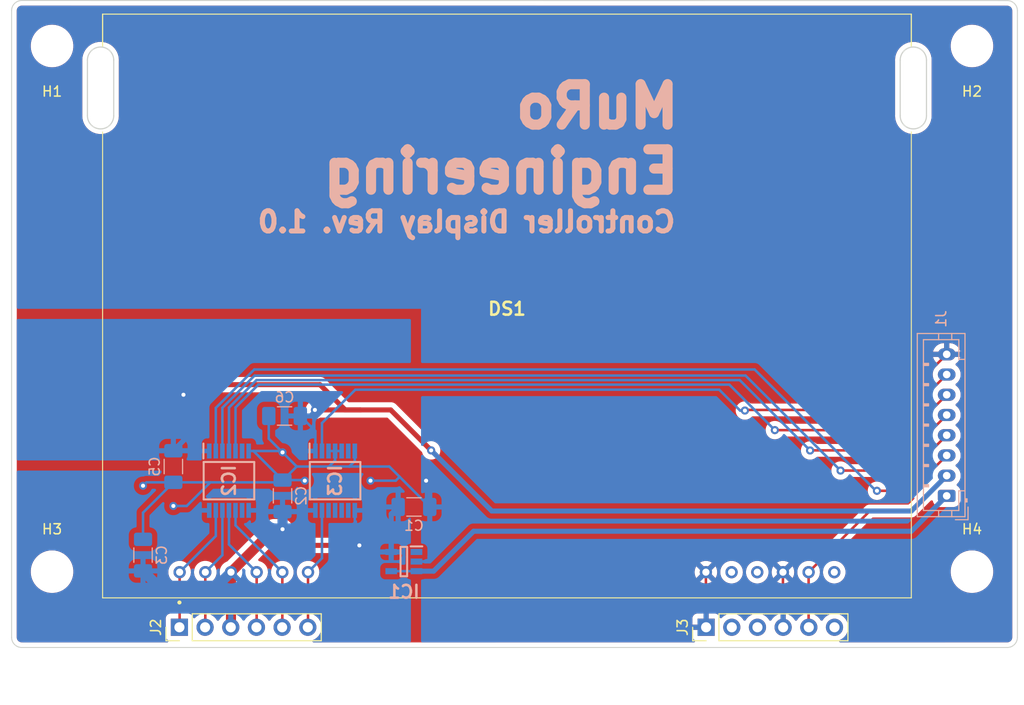
<source format=kicad_pcb>
(kicad_pcb (version 20211014) (generator pcbnew)
  (layers (0 "F.Cu" signal) (31 "B.Cu" signal) (34 "B.Paste" user) (35 "F.Paste" user) (36 "B.SilkS" user "B.Silkscreen") (37 "F.SilkS" user "F.Silkscreen") (38 "B.Mask" user) (39 "F.Mask" user) (44 "Edge.Cuts" user))
  (net 0 "")
  (net 1 "/VDD3V0")
  (net 2 "GND")
  (net 3 "/VDD3V3")
  (net 4 "Net-(DS1-Pad1)")
  (net 5 "Net-(DS1-Pad2)")
  (net 6 "Net-(DS1-Pad4)")
  (net 7 "Net-(DS1-Pad5)")
  (net 8 "Net-(DS1-Pad6)")
  (net 13 "/VDD9V0")
  (net 14 "/SCLK")
  (net 15 "/MOSI")
  (net 16 "/A0")
  (net 17 "/Reset")
  (net 20 "/CS")
  (footprint "SamacSys_Parts:NHDC12864A1ZFSBFBWHTT" (layer "F.Cu") (at 146 97.5)
    (fp_text reference "DS1" (at 0 0) (layer "F.SilkS") (effects (font (size 1.27 1.27) (thickness 0.254))))
    (fp_text value "NHD-C12864A1Z-FSB-FBW-HTT" hide)
    (fp_line (start 40 28.59) (end -40 28.59) (layer "F.SilkS") (width 0.1))
    (fp_line (start -32.5 29.05) (end -32.5 29.05) (layer "F.SilkS") (width 0.2))
    (fp_line (start 40 -17.5) (end 40 28.59) (layer "F.SilkS") (width 0.1))
    (fp_line (start 40 -29.15) (end 40 -26) (layer "F.SilkS") (width 0.12))
    (fp_line (start -40 -29.15) (end 40 -29.15) (layer "F.SilkS") (width 0.1))
    (fp_line (start -40 28.59) (end -40 -17.5) (layer "F.SilkS") (width 0.1))
    (fp_line (start -32.3 29.05) (end -32.3 29.05) (layer "F.SilkS") (width 0.2))
    (fp_line (start -40 -29.15) (end -40 -26) (layer "F.SilkS") (width 0.12))
    (fp_arc (start -32.3 29.05) (mid -32.4 29.15) (end -32.5 29.05) (layer "F.SilkS") (width 0.2))
    (fp_arc (start -32.5 29.05) (mid -32.4 28.95) (end -32.3 29.05) (layer "F.SilkS") (width 0.2))
    (fp_line (start 38.9 -24.6) (end 38.9 -19.1) (layer "Edge.Cuts") (width 0.12))
    (fp_line (start 41.5 -19.1) (end 41.5 -24.6) (layer "Edge.Cuts") (width 0.12))
    (fp_line (start -41.5 -24.6) (end -41.5 -19.1) (layer "Edge.Cuts") (width 0.12))
    (fp_line (start -38.9 -19.1) (end -38.9 -24.6) (layer "Edge.Cuts") (width 0.12))
    (fp_arc (start 41.5 -19.1) (mid 40.2 -17.8) (end 38.9 -19.1) (layer "Edge.Cuts") (width 0.12))
    (fp_arc (start 38.9 -24.6) (mid 40.2 -25.9) (end 41.5 -24.6) (layer "Edge.Cuts") (width 0.12))
    (fp_arc (start -41.5 -24.6) (mid -40.2 -25.9) (end -38.9 -24.6) (layer "Edge.Cuts") (width 0.12))
    (fp_arc (start -38.9 -19.1) (mid -40.2 -17.8) (end -41.5 -19.1) (layer "Edge.Cuts") (width 0.12))
    (pad "1" thru_hole circle (at -32.38 26.05) (size 1.217143 1.217143) (drill 0.71) (layers *.Cu *.Mask) (net 4 "Net-(DS1-Pad1)"))
    (pad "2" thru_hole circle (at -29.84 26.05) (size 1.217143 1.217143) (drill 0.71) (layers *.Cu *.Mask) (net 5 "Net-(DS1-Pad2)"))
    (pad "3" thru_hole circle (at -27.3 26.05) (size 1.217143 1.217143) (drill 0.71) (layers *.Cu *.Mask) (net 1 "/VDD3V0"))
    (pad "4" thru_hole circle (at -24.76 26.05) (size 1.217143 1.217143) (drill 0.71) (layers *.Cu *.Mask) (net 6 "Net-(DS1-Pad4)"))
    (pad "5" thru_hole circle (at -22.22 26.05) (size 1.217143 1.217143) (drill 0.71) (layers *.Cu *.Mask) (net 7 "Net-(DS1-Pad5)"))
    (pad "6" thru_hole circle (at -19.68 26.05) (size 1.217143 1.217143) (drill 0.71) (layers *.Cu *.Mask) (net 8 "Net-(DS1-Pad6)"))
    (pad "7" thru_hole circle (at 19.68 26.05) (size 1.217143 1.217143) (drill 0.71) (layers *.Cu *.Mask) (net 2 "GND"))
    (pad "8" thru_hole circle (at 22.22 26.05) (size 1.217143 1.217143) (drill 0.71) (layers *.Cu *.Mask))
    (pad "9" thru_hole circle (at 24.76 26.05) (size 1.217143 1.217143) (drill 0.71) (layers *.Cu *.Mask))
    (pad "10" thru_hole circle (at 27.3 26.05) (size 1.217143 1.217143) (drill 0.71) (layers *.Cu *.Mask) (net 2 "GND"))
    (pad "11" thru_hole circle (at 29.84 26.05) (size 1.217143 1.217143) (drill 0.71) (layers *.Cu *.Mask) (net 3 "/VDD3V3"))
    (pad "12" thru_hole circle (at 32.38 26.05) (size 1.217143 1.217143) (drill 0.71) (layers *.Cu *.Mask))
  )
  (footprint "MountingHole:MountingHole_3.2mm_M3" (layer "F.Cu") (at 192 71.5)
    (fp_text reference "H2" (at 0 4.5) (layer "F.SilkS"))
    (fp_text value "MountingHole")
    (pad "" np_thru_hole circle (at 0 0) (size 3.2 3.2) (drill 3.2) (layers *.Cu *.Mask))
  )
  (footprint "MountingHole:MountingHole_3.2mm_M3" (layer "F.Cu") (at 101 71.5)
    (fp_text reference "H1" (at 0 4.5) (layer "F.SilkS"))
    (fp_text value "MountingHole")
    (pad "" np_thru_hole circle (at 0 0) (size 3.2 3.2) (drill 3.2) (layers *.Cu *.Mask))
  )
  (footprint "Connector_PinHeader_2.54mm:PinHeader_1x06_P2.54mm_Vertical" (layer "F.Cu") (at 165.7 129 90)
    (fp_text reference "J3" (at 0 -2.33 90) (layer "F.SilkS"))
    (fp_text value "Conn_01x06_Female")
    (fp_line (start -1.33 1.27) (end 1.33 1.27) (layer "F.SilkS") (width 0.12))
    (fp_line (start -1.33 1.27) (end -1.33 14.03) (layer "F.SilkS") (width 0.12))
    (fp_line (start -1.33 -1.33) (end 0 -1.33) (layer "F.SilkS") (width 0.12))
    (fp_line (start -1.33 0) (end -1.33 -1.33) (layer "F.SilkS") (width 0.12))
    (fp_line (start 1.33 1.27) (end 1.33 14.03) (layer "F.SilkS") (width 0.12))
    (fp_line (start -1.33 14.03) (end 1.33 14.03) (layer "F.SilkS") (width 0.12))
    (pad "1" thru_hole rect (at 0 0 90) (size 1.7 1.7) (drill 1) (layers *.Cu *.Mask) (net 2 "GND"))
    (pad "2" thru_hole oval (at 0 2.54 90) (size 1.7 1.7) (drill 1) (layers *.Cu *.Mask))
    (pad "3" thru_hole oval (at 0 5.08 90) (size 1.7 1.7) (drill 1) (layers *.Cu *.Mask))
    (pad "4" thru_hole oval (at 0 7.62 90) (size 1.7 1.7) (drill 1) (layers *.Cu *.Mask) (net 2 "GND"))
    (pad "5" thru_hole oval (at 0 10.16 90) (size 1.7 1.7) (drill 1) (layers *.Cu *.Mask) (net 3 "/VDD3V3"))
    (pad "6" thru_hole oval (at 0 12.7 90) (size 1.7 1.7) (drill 1) (layers *.Cu *.Mask))
  )
  (footprint "MountingHole:MountingHole_3.2mm_M3" (layer "F.Cu") (at 101 123.5)
    (fp_text reference "H3" (at 0 -4.2) (layer "F.SilkS"))
    (fp_text value "MountingHole")
    (pad "" np_thru_hole circle (at 0 0) (size 3.2 3.2) (drill 3.2) (layers *.Cu *.Mask))
  )
  (footprint "MountingHole:MountingHole_3.2mm_M3" (layer "F.Cu") (at 192 123.5)
    (fp_text reference "H4" (at 0 -4.2) (layer "F.SilkS"))
    (fp_text value "MountingHole")
    (pad "" np_thru_hole circle (at 0 0) (size 3.2 3.2) (drill 3.2) (layers *.Cu *.Mask))
  )
  (footprint "Connector_PinHeader_2.54mm:PinHeader_1x06_P2.54mm_Vertical" (layer "F.Cu") (at 113.6 129 90)
    (fp_text reference "J2" (at 0 -2.33 90) (layer "F.SilkS"))
    (fp_text value "Conn_01x06_Female")
    (fp_line (start -1.33 1.27) (end -1.33 14.03) (layer "F.SilkS") (width 0.12))
    (fp_line (start -1.33 14.03) (end 1.33 14.03) (layer "F.SilkS") (width 0.12))
    (fp_line (start -1.33 0) (end -1.33 -1.33) (layer "F.SilkS") (width 0.12))
    (fp_line (start -1.33 1.27) (end 1.33 1.27) (layer "F.SilkS") (width 0.12))
    (fp_line (start 1.33 1.27) (end 1.33 14.03) (layer "F.SilkS") (width 0.12))
    (fp_line (start -1.33 -1.33) (end 0 -1.33) (layer "F.SilkS") (width 0.12))
    (pad "1" thru_hole rect (at 0 0 90) (size 1.7 1.7) (drill 1) (layers *.Cu *.Mask) (net 4 "Net-(DS1-Pad1)"))
    (pad "2" thru_hole oval (at 0 2.54 90) (size 1.7 1.7) (drill 1) (layers *.Cu *.Mask) (net 5 "Net-(DS1-Pad2)"))
    (pad "3" thru_hole oval (at 0 5.08 90) (size 1.7 1.7) (drill 1) (layers *.Cu *.Mask) (net 1 "/VDD3V0"))
    (pad "4" thru_hole oval (at 0 7.62 90) (size 1.7 1.7) (drill 1) (layers *.Cu *.Mask) (net 6 "Net-(DS1-Pad4)"))
    (pad "5" thru_hole oval (at 0 10.16 90) (size 1.7 1.7) (drill 1) (layers *.Cu *.Mask) (net 7 "Net-(DS1-Pad5)"))
    (pad "6" thru_hole oval (at 0 12.7 90) (size 1.7 1.7) (drill 1) (layers *.Cu *.Mask) (net 8 "Net-(DS1-Pad6)"))
  )
  (footprint "Capacitor_SMD:C_1206_3216Metric_Pad1.33x1.80mm_HandSolder" (layer "B.Cu") (at 136.8 117.1)
    (fp_text reference "C1" (at 0 1.85) (layer "B.SilkS") (effects (justify mirror)))
    (fp_text value "2.2u")
    (fp_line (start -0.711252 -0.91) (end 0.711252 -0.91) (layer "B.SilkS") (width 0.12))
    (fp_line (start -0.711252 0.91) (end 0.711252 0.91) (layer "B.SilkS") (width 0.12))
    (pad "1" smd roundrect (at -1.5625 0) (size 1.325 1.8) (layers "B.Cu" "B.Paste" "B.Mask") (roundrect_rratio 0.188679) (net 1 "/VDD3V0"))
    (pad "2" smd roundrect (at 1.5625 0) (size 1.325 1.8) (layers "B.Cu" "B.Paste" "B.Mask") (roundrect_rratio 0.188679) (net 2 "GND"))
  )
  (footprint "Connector_JST:JST_PH_B8B-PH-K_1x08_P2.00mm_Vertical" (layer "B.Cu") (at 189.5 116 90)
    (fp_text reference "J1" (at 17.5 -0.55 90) (layer "B.SilkS") (effects (justify mirror)))
    (fp_text value "Conn_01x08")
    (fp_line (start 4.9 -2.3) (end 4.9 -1.8) (layer "B.SilkS") (width 0.12))
    (fp_line (start -1.45 -2.3) (end 15.45 -2.3) (layer "B.SilkS") (width 0.12))
    (fp_line (start 5.1 -1.8) (end 5.1 -2.3) (layer "B.SilkS") (width 0.12))
    (fp_line (start 7.1 -1.8) (end 7.1 -2.3) (layer "B.SilkS") (width 0.12))
    (fp_line (start 13.1 -1.8) (end 13.1 -2.3) (layer "B.SilkS") (width 0.12))
    (fp_line (start -0.3 2.01) (end -0.6 2.01) (layer "B.SilkS") (width 0.12))
    (fp_line (start 9 -2.3) (end 9 -1.8) (layer "B.SilkS") (width 0.12))
    (fp_line (start 10.9 -2.3) (end 10.9 -1.8) (layer "B.SilkS") (width 0.12))
    (fp_line (start -1.45 1.2) (end -1.45 -2.3) (layer "B.SilkS") (width 0.12))
    (fp_line (start 2.9 -1.8) (end 3.1 -1.8) (layer "B.SilkS") (width 0.12))
    (fp_line (start -2.06 -0.8) (end -1.45 -0.8) (layer "B.SilkS") (width 0.12))
    (fp_line (start 10.9 -1.8) (end 11.1 -1.8) (layer "B.SilkS") (width 0.12))
    (fp_line (start 16.06 -0.8) (end 15.45 -0.8) (layer "B.SilkS") (width 0.12))
    (fp_line (start 15.45 1.2) (end 13.5 1.2) (layer "B.SilkS") (width 0.12))
    (fp_line (start 11 -2.3) (end 11 -1.8) (layer "B.SilkS") (width 0.12))
    (fp_line (start 6.9 -2.3) (end 6.9 -1.8) (layer "B.SilkS") (width 0.12))
    (fp_line (start 0.5 1.81) (end 0.5 1.2) (layer "B.SilkS") (width 0.12))
    (fp_line (start 16.06 0.5) (end 15.45 0.5) (layer "B.SilkS") (width 0.12))
    (fp_line (start 15.45 -2.3) (end 15.45 1.2) (layer "B.SilkS") (width 0.12))
    (fp_line (start 9.1 -1.8) (end 9.1 -2.3) (layer "B.SilkS") (width 0.12))
    (fp_line (start -2.06 -2.91) (end 16.06 -2.91) (layer "B.SilkS") (width 0.12))
    (fp_line (start 12.9 -1.8) (end 13.1 -1.8) (layer "B.SilkS") (width 0.12))
    (fp_line (start 3 -2.3) (end 3 -1.8) (layer "B.SilkS") (width 0.12))
    (fp_line (start 0.5 1.2) (end -1.45 1.2) (layer "B.SilkS") (width 0.12))
    (fp_line (start 0.9 -1.8) (end 1.1 -1.8) (layer "B.SilkS") (width 0.12))
    (fp_line (start -0.3 1.81) (end -0.3 2.01) (layer "B.SilkS") (width 0.12))
    (fp_line (start -2.06 0.5) (end -1.45 0.5) (layer "B.SilkS") (width 0.12))
    (fp_line (start 4.9 -1.8) (end 5.1 -1.8) (layer "B.SilkS") (width 0.12))
    (fp_line (start 8.9 -2.3) (end 8.9 -1.8) (layer "B.SilkS") (width 0.12))
    (fp_line (start 13 -2.3) (end 13 -1.8) (layer "B.SilkS") (width 0.12))
    (fp_line (start 16.06 1.81) (end -2.06 1.81) (layer "B.SilkS") (width 0.12))
    (fp_line (start 3.1 -1.8) (end 3.1 -2.3) (layer "B.SilkS") (width 0.12))
    (fp_line (start -0.3 1.91) (end -0.6 1.91) (layer "B.SilkS") (width 0.12))
    (fp_line (start 1.1 -1.8) (end 1.1 -2.3) (layer "B.SilkS") (width 0.12))
    (fp_line (start 2.9 -2.3) (end 2.9 -1.8) (layer "B.SilkS") (width 0.12))
    (fp_line (start 11.1 -1.8) (end 11.1 -2.3) (layer "B.SilkS") (width 0.12))
    (fp_line (start 0.9 -2.3) (end 0.9 -1.8) (layer "B.SilkS") (width 0.12))
    (fp_line (start 7 -2.3) (end 7 -1.8) (layer "B.SilkS") (width 0.12))
    (fp_line (start -0.6 2.01) (end -0.6 1.81) (layer "B.SilkS") (width 0.12))
    (fp_line (start -2.06 1.81) (end -2.06 -2.91) (layer "B.SilkS") (width 0.12))
    (fp_line (start 6.9 -1.8) (end 7.1 -1.8) (layer "B.SilkS") (width 0.12))
    (fp_line (start 16.06 -2.91) (end 16.06 1.81) (layer "B.SilkS") (width 0.12))
    (fp_line (start -2.36 2.11) (end -2.36 0.86) (layer "B.SilkS") (width 0.12))
    (fp_line (start 12.9 -2.3) (end 12.9 -1.8) (layer "B.SilkS") (width 0.12))
    (fp_line (start 13.5 1.2) (end 13.5 1.81) (layer "B.SilkS") (width 0.12))
    (fp_line (start 1 -2.3) (end 1 -1.8) (layer "B.SilkS") (width 0.12))
    (fp_line (start -1.11 2.11) (end -2.36 2.11) (layer "B.SilkS") (width 0.12))
    (fp_line (start 8.9 -1.8) (end 9.1 -1.8) (layer "B.SilkS") (width 0.12))
    (fp_line (start 5 -2.3) (end 5 -1.8) (layer "B.SilkS") (width 0.12))
    (pad "1" thru_hole roundrect (at 0 0 90) (size 1.2 1.75) (drill 0.75) (layers *.Cu *.Mask) (roundrect_rratio 0.208333) (net 13 "/VDD9V0"))
    (pad "2" thru_hole oval (at 2 0 90) (size 1.2 1.75) (drill 0.75) (layers *.Cu *.Mask) (net 3 "/VDD3V3"))
    (pad "3" thru_hole oval (at 4 0 90) (size 1.2 1.75) (drill 0.75) (layers *.Cu *.Mask) (net 14 "/SCLK"))
    (pad "4" thru_hole oval (at 6 0 90) (size 1.2 1.75) (drill 0.75) (layers *.Cu *.Mask) (net 15 "/MOSI"))
    (pad "5" thru_hole oval (at 8 0 90) (size 1.2 1.75) (drill 0.75) (layers *.Cu *.Mask) (net 16 "/A0"))
    (pad "6" thru_hole oval (at 10 0 90) (size 1.2 1.75) (drill 0.75) (layers *.Cu *.Mask) (net 17 "/Reset"))
    (pad "7" thru_hole oval (at 12 0 90) (size 1.2 1.75) (drill 0.75) (layers *.Cu *.Mask) (net 20 "/CS"))
    (pad "8" thru_hole oval (at 14 0 90) (size 1.2 1.75) (drill 0.75) (layers *.Cu *.Mask) (net 2 "GND"))
  )
  (footprint "SamacSys_Parts:SOP65P640X120-14N" (layer "B.Cu") (at 118.5 114.5 -90)
    (fp_text reference "IC2" (at 0 0 90) (layer "B.SilkS") (effects (font (size 1.27 1.27) (thickness 0.254)) (justify mirror)))
    (fp_text value "TXU0104PWR" hide)
    (fp_line (start 1.85 -2.5) (end -1.85 -2.5) (layer "B.SilkS") (width 0.2))
    (fp_line (start -3.675 2.525) (end -2.2 2.525) (layer "B.SilkS") (width 0.2))
    (fp_line (start -1.85 2.5) (end 1.85 2.5) (layer "B.SilkS") (width 0.2))
    (fp_line (start 1.85 2.5) (end 1.85 -2.5) (layer "B.SilkS") (width 0.2))
    (fp_line (start -1.85 -2.5) (end -1.85 2.5) (layer "B.SilkS") (width 0.2))
    (pad "1" smd rect locked (at -2.938 1.95 180) (size 0.45 1.475) (layers "B.Cu" "B.Paste" "B.Mask") (net 3 "/VDD3V3"))
    (pad "2" smd rect locked (at -2.938 1.3 180) (size 0.45 1.475) (layers "B.Cu" "B.Paste" "B.Mask") (net 14 "/SCLK"))
    (pad "3" smd rect locked (at -2.938 0.65 180) (size 0.45 1.475) (layers "B.Cu" "B.Paste" "B.Mask") (net 15 "/MOSI"))
    (pad "4" smd rect locked (at -2.938 0 180) (size 0.45 1.475) (layers "B.Cu" "B.Paste" "B.Mask") (net 16 "/A0"))
    (pad "5" smd rect locked (at -2.938 -0.65 180) (size 0.45 1.475) (layers "B.Cu" "B.Paste" "B.Mask") (net 17 "/Reset"))
    (pad "6" smd rect locked (at -2.938 -1.3 180) (size 0.45 1.475) (layers "B.Cu" "B.Paste" "B.Mask"))
    (pad "7" smd rect locked (at -2.938 -1.95 180) (size 0.45 1.475) (layers "B.Cu" "B.Paste" "B.Mask") (net 2 "GND"))
    (pad "8" smd rect locked (at 2.938 -1.95 180) (size 0.45 1.475) (layers "B.Cu" "B.Paste" "B.Mask") (net 1 "/VDD3V0"))
    (pad "9" smd rect locked (at 2.938 -1.3 180) (size 0.45 1.475) (layers "B.Cu" "B.Paste" "B.Mask"))
    (pad "10" smd rect locked (at 2.938 -0.65 180) (size 0.45 1.475) (layers "B.Cu" "B.Paste" "B.Mask") (net 7 "Net-(DS1-Pad5)"))
    (pad "11" smd rect locked (at 2.938 0 180) (size 0.45 1.475) (layers "B.Cu" "B.Paste" "B.Mask") (net 6 "Net-(DS1-Pad4)"))
    (pad "12" smd rect locked (at 2.938 0.65 180) (size 0.45 1.475) (layers "B.Cu" "B.Paste" "B.Mask") (net 5 "Net-(DS1-Pad2)"))
    (pad "13" smd rect locked (at 2.938 1.3 180) (size 0.45 1.475) (layers "B.Cu" "B.Paste" "B.Mask") (net 4 "Net-(DS1-Pad1)"))
    (pad "14" smd rect locked (at 2.938 1.95 180) (size 0.45 1.475) (layers "B.Cu" "B.Paste" "B.Mask") (net 1 "/VDD3V0"))
  )
  (footprint "Capacitor_SMD:C_1206_3216Metric_Pad1.33x1.80mm_HandSolder" (layer "B.Cu") (at 113 113.1 -90)
    (fp_text reference "C5" (at 0 1.85 90) (layer "B.SilkS") (effects (justify mirror)))
    (fp_text value "100n")
    (fp_line (start -0.711252 -0.91) (end 0.711252 -0.91) (layer "B.SilkS") (width 0.12))
    (fp_line (start -0.711252 0.91) (end 0.711252 0.91) (layer "B.SilkS") (width 0.12))
    (pad "1" smd roundrect (at -1.5625 0 270) (size 1.325 1.8) (layers "B.Cu" "B.Paste" "B.Mask") (roundrect_rratio 0.188679) (net 3 "/VDD3V3"))
    (pad "2" smd roundrect (at 1.5625 0 270) (size 1.325 1.8) (layers "B.Cu" "B.Paste" "B.Mask") (roundrect_rratio 0.188679) (net 2 "GND"))
  )
  (footprint "Capacitor_SMD:C_1206_3216Metric_Pad1.33x1.80mm_HandSolder" (layer "B.Cu") (at 123.8 116 90)
    (fp_text reference "C2" (at 0 1.85 90) (layer "B.SilkS") (effects (justify mirror)))
    (fp_text value "100n")
    (fp_line (start -0.711252 -0.91) (end 0.711252 -0.91) (layer "B.SilkS") (width 0.12))
    (fp_line (start -0.711252 0.91) (end 0.711252 0.91) (layer "B.SilkS") (width 0.12))
    (pad "1" smd roundrect (at -1.5625 0 90) (size 1.325 1.8) (layers "B.Cu" "B.Paste" "B.Mask") (roundrect_rratio 0.188679) (net 1 "/VDD3V0"))
    (pad "2" smd roundrect (at 1.5625 0 90) (size 1.325 1.8) (layers "B.Cu" "B.Paste" "B.Mask") (roundrect_rratio 0.188679) (net 2 "GND"))
  )
  (footprint "Capacitor_SMD:C_1206_3216Metric_Pad1.33x1.80mm_HandSolder" (layer "B.Cu") (at 110 121.8625 90)
    (fp_text reference "C3" (at 0 1.85 90) (layer "B.SilkS") (effects (justify mirror)))
    (fp_text value "100n")
    (fp_line (start -0.711252 -0.91) (end 0.711252 -0.91) (layer "B.SilkS") (width 0.12))
    (fp_line (start -0.711252 0.91) (end 0.711252 0.91) (layer "B.SilkS") (width 0.12))
    (pad "1" smd roundrect (at -1.5625 0 90) (size 1.325 1.8) (layers "B.Cu" "B.Paste" "B.Mask") (roundrect_rratio 0.188679) (net 1 "/VDD3V0"))
    (pad "2" smd roundrect (at 1.5625 0 90) (size 1.325 1.8) (layers "B.Cu" "B.Paste" "B.Mask") (roundrect_rratio 0.188679) (net 2 "GND"))
  )
  (footprint "SamacSys_Parts:SOP65P640X120-14N" (layer "B.Cu") (at 129 114.5 -90)
    (fp_text reference "IC3" (at 0 0 90) (layer "B.SilkS") (effects (font (size 1.27 1.27) (thickness 0.254)) (justify mirror)))
    (fp_text value "TXU0104PWR" hide)
    (fp_line (start -1.85 2.5) (end 1.85 2.5) (layer "B.SilkS") (width 0.2))
    (fp_line (start -3.675 2.525) (end -2.2 2.525) (layer "B.SilkS") (width 0.2))
    (fp_line (start 1.85 -2.5) (end -1.85 -2.5) (layer "B.SilkS") (width 0.2))
    (fp_line (start 1.85 2.5) (end 1.85 -2.5) (layer "B.SilkS") (width 0.2))
    (fp_line (start -1.85 -2.5) (end -1.85 2.5) (layer "B.SilkS") (width 0.2))
    (pad "1" smd rect locked (at -2.938 1.95 180) (size 0.45 1.475) (layers "B.Cu" "B.Paste" "B.Mask") (net 3 "/VDD3V3"))
    (pad "2" smd rect locked (at -2.938 1.3 180) (size 0.45 1.475) (layers "B.Cu" "B.Paste" "B.Mask") (net 20 "/CS"))
    (pad "3" smd rect locked (at -2.938 0.65 180) (size 0.45 1.475) (layers "B.Cu" "B.Paste" "B.Mask") (net 2 "GND"))
    (pad "4" smd rect locked (at -2.938 0 180) (size 0.45 1.475) (layers "B.Cu" "B.Paste" "B.Mask") (net 2 "GND"))
    (pad "5" smd rect locked (at -2.938 -0.65 180) (size 0.45 1.475) (layers "B.Cu" "B.Paste" "B.Mask") (net 2 "GND"))
    (pad "6" smd rect locked (at -2.938 -1.3 180) (size 0.45 1.475) (layers "B.Cu" "B.Paste" "B.Mask"))
    (pad "7" smd rect locked (at -2.938 -1.95 180) (size 0.45 1.475) (layers "B.Cu" "B.Paste" "B.Mask") (net 2 "GND"))
    (pad "8" smd rect locked (at 2.938 -1.95 180) (size 0.45 1.475) (layers "B.Cu" "B.Paste" "B.Mask") (net 1 "/VDD3V0"))
    (pad "9" smd rect locked (at 2.938 -1.3 180) (size 0.45 1.475) (layers "B.Cu" "B.Paste" "B.Mask"))
    (pad "10" smd rect locked (at 2.938 -0.65 180) (size 0.45 1.475) (layers "B.Cu" "B.Paste" "B.Mask"))
    (pad "11" smd rect locked (at 2.938 0 180) (size 0.45 1.475) (layers "B.Cu" "B.Paste" "B.Mask"))
    (pad "12" smd rect locked (at 2.938 0.65 180) (size 0.45 1.475) (layers "B.Cu" "B.Paste" "B.Mask"))
    (pad "13" smd rect locked (at 2.938 1.3 180) (size 0.45 1.475) (layers "B.Cu" "B.Paste" "B.Mask") (net 8 "Net-(DS1-Pad6)"))
    (pad "14" smd rect locked (at 2.938 1.95 180) (size 0.45 1.475) (layers "B.Cu" "B.Paste" "B.Mask") (net 1 "/VDD3V0"))
  )
  (footprint "SamacSys_Parts:SOT95P280X145-5N" (layer "B.Cu") (at 135.8 122.5 180)
    (fp_text reference "IC1" (at 0 -3) (layer "B.SilkS") (effects (font (size 1.27 1.27) (thickness 0.254)) (justify mirror)))
    (fp_text value "MIC3490-3.0YM5-TR" hide)
    (fp_line (start -0.325 -1.45) (end -0.325 1.45) (layer "B.SilkS") (width 0.2))
    (fp_line (start -1.825 1.5) (end -0.675 1.5) (layer "B.SilkS") (width 0.2))
    (fp_line (start 0.325 -1.45) (end -0.325 -1.45) (layer "B.SilkS") (width 0.2))
    (fp_line (start 0.325 1.45) (end 0.325 -1.45) (layer "B.SilkS") (width 0.2))
    (fp_line (start -0.325 1.45) (end 0.325 1.45) (layer "B.SilkS") (width 0.2))
    (pad "1" smd rect locked (at -1.25 0.95 90) (size 0.6 1.15) (layers "B.Cu" "B.Paste" "B.Mask"))
    (pad "2" smd rect locked (at -1.25 0 90) (size 0.6 1.15) (layers "B.Cu" "B.Paste" "B.Mask") (net 2 "GND"))
    (pad "3" smd rect locked (at -1.25 -0.95 90) (size 0.6 1.15) (layers "B.Cu" "B.Paste" "B.Mask") (net 13 "/VDD9V0"))
    (pad "4" smd rect locked (at 1.25 -0.95 90) (size 0.6 1.15) (layers "B.Cu" "B.Paste" "B.Mask") (net 13 "/VDD9V0"))
    (pad "5" smd rect locked (at 1.25 0.95 90) (size 0.6 1.15) (layers "B.Cu" "B.Paste" "B.Mask") (net 1 "/VDD3V0"))
  )
  (footprint "Capacitor_SMD:C_1206_3216Metric_Pad1.33x1.80mm_HandSolder" (layer "B.Cu") (at 124 108.1 180)
    (fp_text reference "C6" (at 0 1.85) (layer "B.SilkS") (effects (justify mirror)))
    (fp_text value "100n")
    (fp_line (start -0.711252 0.91) (end 0.711252 0.91) (layer "B.SilkS") (width 0.12))
    (fp_line (start -0.711252 -0.91) (end 0.711252 -0.91) (layer "B.SilkS") (width 0.12))
    (pad "1" smd roundrect (at -1.5625 0 180) (size 1.325 1.8) (layers "B.Cu" "B.Paste" "B.Mask") (roundrect_rratio 0.188679) (net 3 "/VDD3V3"))
    (pad "2" smd roundrect (at 1.5625 0 180) (size 1.325 1.8) (layers "B.Cu" "B.Paste" "B.Mask") (roundrect_rratio 0.188679) (net 2 "GND"))
  )
  (gr_line (start 98 67) (end 195.492893 67.007107) (layer "Edge.Cuts") (width 0.1))
  (gr_arc (start 97 68) (mid 97.292893 67.292893) (end 98 67) (layer "Edge.Cuts") (width 0.1))
  (gr_line (start 195.492893 130.999993) (end 98 131) (layer "Edge.Cuts") (width 0.1))
  (gr_line (start 196.492893 68.007107) (end 196.492893 129.999993) (layer "Edge.Cuts") (width 0.1))
  (gr_arc (start 195.492893 67.007107) (mid 196.2 67.3) (end 196.492893 68.007107) (layer "Edge.Cuts") (width 0.1))
  (gr_arc (start 98 131) (mid 97.292893 130.707107) (end 97 130) (layer "Edge.Cuts") (width 0.1))
  (gr_arc (start 196.492893 129.999993) (mid 196.200002 130.707102) (end 195.492893 130.999993) (layer "Edge.Cuts") (width 0.1))
  (gr_line (start 97 130) (end 97 68) (layer "Edge.Cuts") (width 0.1))
  (gr_text "Controller Display Rev. 1.0" (at 162.9 88.9) (layer "B.SilkS") (effects (font (size 2 2) (thickness 0.5)) (justify left mirror)))
  (gr_text "MuRo\nEngineering" (at 163.5 80.7) (layer "B.SilkS") (effects (font (size 4 4) (thickness 1)) (justify left mirror)))
  (segment (start 122.95 119.3) (end 118.7 123.55) (width 1) (layer "F.Cu") (net 1))
  (segment (start 123.8 119.3) (end 122.95 119.3) (width 1) (layer "F.Cu") (net 1))
  (segment (start 118.7 128.98) (end 118.68 129) (width 1) (layer "F.Cu") (net 1))
  (segment (start 118.7 123.55) (end 118.7 128.98) (width 1) (layer "F.Cu") (net 1))
  (segment (start 125.4 120.9) (end 123.8 119.3) (width 0.5) (layer "F.Cu") (net 1))
  (segment (start 131.4 120.9) (end 125.4 120.9) (width 0.5) (layer "F.Cu") (net 1))
  (via (at 131.4 120.9) (size 0.8) (drill 0.4) (layers "F.Cu" "B.Cu") (net 1))
  (via (at 123.8 119.3) (size 0.8) (drill 0.4) (layers "F.Cu" "B.Cu") (net 1))
  (segment (start 134.55 121.55) (end 134.55 117.7875) (width 0.5) (layer "B.Cu") (net 1))
  (segment (start 117.35 124.9) (end 111.475 124.9) (width 1) (layer "B.Cu") (net 1))
  (segment (start 118.7 123.55) (end 117.35 124.9) (width 1) (layer "B.Cu") (net 1))
  (segment (start 134.55 117.7875) (end 135.2375 117.1) (width 0.5) (layer "B.Cu") (net 1))
  (segment (start 123.6755 117.438) (end 120.45 117.438) (width 0.25) (layer "B.Cu") (net 1))
  (segment (start 123.9245 117.438) (end 127.05 117.438) (width 0.25) (layer "B.Cu") (net 1))
  (segment (start 130.95 117.438) (end 130.95 120.45) (width 0.25) (layer "B.Cu") (net 1))
  (segment (start 130.95 120.45) (end 131.4 120.9) (width 0.25) (layer "B.Cu") (net 1))
  (segment (start 134.55 121.55) (end 132.85 121.55) (width 0.5) (layer "B.Cu") (net 1))
  (segment (start 123.8 117.5625) (end 123.8 119.3) (width 1) (layer "B.Cu") (net 1))
  (segment (start 132.2 120.9) (end 131.4 120.9) (width 0.5) (layer "B.Cu") (net 1))
  (segment (start 111.475 124.9) (end 110 123.425) (width 1) (layer "B.Cu") (net 1))
  (segment (start 132.85 121.55) (end 132.2 120.9) (width 0.5) (layer "B.Cu") (net 1))
  (segment (start 186 105.5) (end 189.5 102) (width 0.25) (layer "F.Cu") (net 2))
  (segment (start 173.3 123.55) (end 173.3 128.98) (width 0.25) (layer "F.Cu") (net 2))
  (segment (start 112 117) (end 113 117) (width 0.25) (layer "F.Cu") (net 2))
  (segment (start 147 105.5) (end 186 105.5) (width 0.25) (layer "F.Cu") (net 2))
  (segment (start 110 115) (end 112 117) (width 0.25) (layer "F.Cu") (net 2))
  (segment (start 165.68 128.98) (end 165.7 129) (width 0.25) (layer "F.Cu") (net 2))
  (segment (start 173.3 128.98) (end 173.32 129) (width 0.25) (layer "F.Cu") (net 2))
  (segment (start 165.68 123.55) (end 165.68 128.98) (width 0.25) (layer "F.Cu") (net 2))
  (segment (start 126 114.5) (end 132.5 114.5) (width 0.25) (layer "F.Cu") (net 2))
  (segment (start 138 114.5) (end 147 105.5) (width 0.25) (layer "F.Cu") (net 2))
  (via (at 126 114.5) (size 0.8) (drill 0.4) (layers "F.Cu" "B.Cu") (net 2))
  (via (at 132.5 114.5) (size 0.8) (drill 0.4) (layers "F.Cu" "B.Cu") (net 2))
  (via (at 123.8 111.7) (size 0.8) (drill 0.4) (layers "F.Cu" "B.Cu") (net 2))
  (via (at 110 115) (size 0.8) (drill 0.4) (layers "F.Cu" "B.Cu") (net 2))
  (via (at 113 117) (size 0.8) (drill 0.4) (layers "F.Cu" "B.Cu") (net 2))
  (via (at 138 114.5) (size 0.8) (drill 0.4) (layers "F.Cu" "B.Cu") (net 2))
  (segment (start 129 111.562) (end 129.65 111.562) (width 0.25) (layer "B.Cu") (net 2))
  (segment (start 132.5 114.5) (end 135 114.5) (width 0.25) (layer "B.Cu") (net 2))
  (segment (start 120.9245 111.562) (end 123.8 114.4375) (width 0.25) (layer "B.Cu") (net 2))
  (segment (start 113 114.6625) (end 116.6625 114.6625) (width 0.25) (layer "B.Cu") (net 2))
  (segment (start 110 120.3) (end 110 117.6625) (width 0.25) (layer "B.Cu") (net 2))
  (segment (start 113 117) (end 114.325 117) (width 0.25) (layer "B.Cu") (net 2))
  (segment (start 110 117.6625) (end 113 114.6625) (width 0.25) (layer "B.Cu") (net 2))
  (segment (start 123.8 111.7) (end 125.2 113.1) (width 0.25) (layer "B.Cu") (net 2))
  (segment (start 130.4 113.1) (end 130.95 112.55) (width 0.25) (layer "B.Cu") (net 2))
  (segment (start 125.2 113.1) (end 128.38725 113.1) (width 0.25) (layer "B.Cu") (net 2))
  (segment (start 120.45 111.562) (end 120.9245 111.562) (width 0.25) (layer "B.Cu") (net 2))
  (segment (start 123.662 111.562) (end 123.8 111.7) (width 0.25) (layer "B.Cu") (net 2))
  (segment (start 138.3625 122.1375) (end 138.3625 117.1) (width 0.25) (layer "B.Cu") (net 2))
  (segment (start 135.38125 114.11875) (end 138.3625 117.1) (width 0.25) (layer "B.Cu") (net 2))
  (segment (start 123.8625 114.4375) (end 125.2 113.1) (width 0.25) (layer "B.Cu") (net 2))
  (segment (start 130.4 113.1) (end 134.3625 113.1) (width 0.25) (layer "B.Cu") (net 2))
  (segment (start 125.9375 114.4375) (end 126 114.5) (width 0.25) (layer "B.Cu") (net 2))
  (segment (start 120.9245 111.562) (end 123.662 111.562) (width 0.25) (layer "B.Cu") (net 2))
  (segment (start 116.6625 114.6625) (end 123.575 114.6625) (width 0.25) (layer "B.Cu") (net 2))
  (segment (start 123.8 111.7) (end 122.4375 110.3375) (width 0.25) (layer "B.Cu") (net 2))
  (segment (start 129 112.48725) (end 129 111.562) (width 0.25) (layer "B.Cu") (net 2))
  (segment (start 134.3625 113.1) (end 135.38125 114.11875) (width 0.25) (layer "B.Cu") (net 2))
  (segment (start 110.3375 114.6625) (end 110 115) (width 0.25) (layer "B.Cu") (net 2))
  (segment (start 114.325 117) (end 116.6625 114.6625) (width 0.25) (layer "B.Cu") (net 2))
  (segment (start 128.38725 113.1) (end 130.4 113.1) (width 0.25) (layer "B.Cu") (net 2))
  (segment (start 130.95 112.55) (end 130.95 111.562) (width 0.25) (layer "B.Cu") (net 2))
  (segment (start 129 111.562) (end 128.35 111.562) (width 0.25) (layer "B.Cu") (net 2))
  (segment (start 113 114.6625) (end 110.3375 114.6625) (width 0.25) (layer "B.Cu") (net 2))
  (segment (start 128.38725 113.1) (end 129 112.48725) (width 0.25) (layer "B.Cu") (net 2))
  (segment (start 122.4375 110.3375) (end 122.4375 108.1) (width 0.25) (layer "B.Cu") (net 2))
  (segment (start 138 122.5) (end 138.3625 122.1375) (width 0.25) (layer "B.Cu") (net 2))
  (segment (start 137.05 122.5) (end 138 122.5) (width 0.25) (layer "B.Cu") (net 2))
  (segment (start 138 116.7375) (end 138 114.5) (width 0.25) (layer "B.Cu") (net 2))
  (segment (start 135 114.5) (end 135.38125 114.11875) (width 0.25) (layer "B.Cu") (net 2))
  (segment (start 123.8 114.4375) (end 125.9375 114.4375) (width 0.25) (layer "B.Cu") (net 2))
  (segment (start 175.84 123.55) (end 181.89 117.5) (width 0.25) (layer "F.Cu") (net 3))
  (segment (start 127.5 105) (end 115 105) (width 0.5) (layer "F.Cu") (net 3))
  (segment (start 175.84 123.55) (end 175.84 128.98) (width 0.25) (layer "F.Cu") (net 3))
  (segment (start 115 105) (end 114 106) (width 0.5) (layer "F.Cu") (net 3))
  (segment (start 138.5 111.5) (end 134.5 107.5) (width 0.5) (layer "F.Cu") (net 3))
  (segment (start 186 117.5) (end 189.5 114) (width 0.25) (layer "F.Cu") (net 3))
  (segment (start 134.5 107.5) (end 131.5 107.5) (width 0.5) (layer "F.Cu") (net 3))
  (segment (start 131.5 107.5) (end 127 107.5) (width 0.5) (layer "F.Cu") (net 3))
  (segment (start 175.84 128.98) (end 175.86 129) (width 0.25) (layer "F.Cu") (net 3))
  (segment (start 131.5 107.5) (end 130 107.5) (width 0.5) (layer "F.Cu") (net 3))
  (segment (start 130 107.5) (end 127.5 105) (width 0.5) (layer "F.Cu") (net 3))
  (segment (start 181.89 117.5) (end 186 117.5) (width 0.25) (layer "F.Cu") (net 3))
  (via (at 138.5 111.5) (size 0.8) (drill 0.4) (layers "F.Cu" "B.Cu") (net 3))
  (via (at 114 106) (size 0.8) (drill 0.4) (layers "F.Cu" "B.Cu") (net 3))
  (via (at 127 107.5) (size 0.8) (drill 0.4) (layers "F.Cu" "B.Cu") (net 3))
  (segment (start 126.4 108.1) (end 127 107.5) (width 0.25) (layer "B.Cu") (net 3))
  (segment (start 127.05 109.5875) (end 125.5625 108.1) (width 0.25) (layer "B.Cu") (net 3))
  (segment (start 127.05 111.562) (end 127.05 109.5875) (width 0.25) (layer "B.Cu") (net 3))
  (segment (start 116.55 111.562) (end 113.0245 111.562) (width 0.25) (layer "B.Cu") (net 3))
  (segment (start 144.5 117.5) (end 186 117.5) (width 0.5) (layer "B.Cu") (net 3))
  (segment (start 186 117.5) (end 189.5 114) (width 0.5) (layer "B.Cu") (net 3))
  (segment (start 138.5 111.5) (end 144.5 117.5) (width 0.5) (layer "B.Cu") (net 3))
  (segment (start 125.5625 108.1) (end 126.4 108.1) (width 0.25) (layer "B.Cu") (net 3))
  (segment (start 114 106) (end 114 110.5375) (width 0.5) (layer "B.Cu") (net 3))
  (segment (start 114 110.5375) (end 113 111.5375) (width 0.5) (layer "B.Cu") (net 3))
  (segment (start 113.62 128.98) (end 113.6 129) (width 0.25) (layer "F.Cu") (net 4))
  (segment (start 113.62 123.55) (end 113.62 128.98) (width 0.25) (layer "F.Cu") (net 4))
  (segment (start 113.62 123.55) (end 117.2 119.97) (width 0.25) (layer "B.Cu") (net 4))
  (segment (start 117.2 119.97) (end 117.2 117.438) (width 0.25) (layer "B.Cu") (net 4))
  (segment (start 116.16 128.98) (end 116.14 129) (width 0.25) (layer "F.Cu") (net 5))
  (segment (start 116.16 123.55) (end 116.16 128.98) (width 0.25) (layer "F.Cu") (net 5))
  (segment (start 117.85 121.86) (end 117.85 117.438) (width 0.25) (layer "B.Cu") (net 5))
  (segment (start 116.16 123.55) (end 117.85 121.86) (width 0.25) (layer "B.Cu") (net 5))
  (segment (start 121.24 128.98) (end 121.22 129) (width 0.25) (layer "F.Cu") (net 6))
  (segment (start 121.24 123.55) (end 121.24 128.98) (width 0.25) (layer "F.Cu") (net 6))
  (segment (start 118.5 117.438) (end 118.5 120.81) (width 0.25) (layer "B.Cu") (net 6))
  (segment (start 118.5 120.81) (end 121.24 123.55) (width 0.25) (layer "B.Cu") (net 6))
  (segment (start 123.78 123.55) (end 123.78 128.98) (width 0.25) (layer "F.Cu") (net 7))
  (segment (start 123.78 128.98) (end 123.76 129) (width 0.25) (layer "F.Cu") (net 7))
  (segment (start 119.15 118.92) (end 123.78 123.55) (width 0.25) (layer "B.Cu") (net 7))
  (segment (start 119.15 117.438) (end 119.15 118.92) (width 0.25) (layer "B.Cu") (net 7))
  (segment (start 126.32 123.55) (end 126.32 128.98) (width 0.25) (layer "F.Cu") (net 8))
  (segment (start 126.32 128.98) (end 126.3 129) (width 0.25) (layer "F.Cu") (net 8))
  (segment (start 127.7 117.438) (end 127.7 122.17) (width 0.25) (layer "B.Cu") (net 8))
  (segment (start 127.7 122.17) (end 126.32 123.55) (width 0.25) (layer "B.Cu") (net 8))
  (segment (start 137.05 123.45) (end 138.75 123.45) (width 0.5) (layer "B.Cu") (net 13))
  (segment (start 186 119.5) (end 189.5 116) (width 0.5) (layer "B.Cu") (net 13))
  (segment (start 138.75 123.45) (end 142.7 119.5) (width 0.5) (layer "B.Cu") (net 13))
  (segment (start 134.55 123.45) (end 137.05 123.45) (width 0.25) (layer "B.Cu") (net 13))
  (segment (start 142.7 119.5) (end 186 119.5) (width 0.5) (layer "B.Cu") (net 13))
  (segment (start 186 115.5) (end 189.5 112) (width 0.25) (layer "F.Cu") (net 14))
  (segment (start 182.6 115.5) (end 186 115.5) (width 0.25) (layer "F.Cu") (net 14))
  (via (at 182.6 115.5) (size 0.8) (drill 0.4) (layers "F.Cu" "B.Cu") (net 14))
  (segment (start 182.5 115.5) (end 182.6 115.5) (width 0.25) (layer "B.Cu") (net 14))
  (segment (start 121 103.5) (end 170.5 103.5) (width 0.25) (layer "B.Cu") (net 14))
  (segment (start 170.5 103.5) (end 182.5 115.5) (width 0.25) (layer "B.Cu") (net 14))
  (segment (start 117.2 111.562) (end 117.2 107.3) (width 0.25) (layer "B.Cu") (net 14))
  (segment (start 117.2 107.3) (end 121 103.5) (width 0.25) (layer "B.Cu") (net 14))
  (segment (start 186 113.5) (end 189.5 110) (width 0.25) (layer "F.Cu") (net 15))
  (segment (start 179 113.5) (end 186 113.5) (width 0.25) (layer "F.Cu") (net 15))
  (via (at 179 113.5) (size 0.8) (drill 0.4) (layers "F.Cu" "B.Cu") (net 15))
  (segment (start 117.85 111.562) (end 117.85 107.285718) (width 0.25) (layer "B.Cu") (net 15))
  (segment (start 121.035718 104.1) (end 169.6 104.1) (width 0.25) (layer "B.Cu") (net 15))
  (segment (start 169.6 104.1) (end 179 113.5) (width 0.25) (layer "B.Cu") (net 15))
  (segment (start 117.85 107.285718) (end 121.035718 104.1) (width 0.25) (layer "B.Cu") (net 15))
  (segment (start 175.987701 111.512299) (end 176 111.5) (width 0.25) (layer "F.Cu") (net 16))
  (segment (start 186 111.5) (end 189.5 108) (width 0.25) (layer "F.Cu") (net 16))
  (segment (start 176 111.5) (end 186 111.5) (width 0.25) (layer "F.Cu") (net 16))
  (via (at 175.987701 111.512299) (size 0.8) (drill 0.4) (layers "F.Cu" "B.Cu") (net 16))
  (segment (start 169.024922 104.54952) (end 175.987701 111.512299) (width 0.25) (layer "B.Cu") (net 16))
  (segment (start 118.5 107.271436) (end 121.221916 104.54952) (width 0.25) (layer "B.Cu") (net 16))
  (segment (start 118.5 111.562) (end 118.5 107.271436) (width 0.25) (layer "B.Cu") (net 16))
  (segment (start 121.221916 104.54952) (end 169.024922 104.54952) (width 0.25) (layer "B.Cu") (net 16))
  (segment (start 186 109.5) (end 189.5 106) (width 0.25) (layer "F.Cu") (net 17))
  (segment (start 172.5 109.5) (end 186 109.5) (width 0.25) (layer "F.Cu") (net 17))
  (via (at 172.5 109.5) (size 0.8) (drill 0.4) (layers "F.Cu" "B.Cu") (net 17))
  (segment (start 121.408114 104.99904) (end 119.15 107.257154) (width 0.25) (layer "B.Cu") (net 17))
  (segment (start 167.99904 104.99904) (end 121.408114 104.99904) (width 0.25) (layer "B.Cu") (net 17))
  (segment (start 119.15 107.257154) (end 119.15 111.562) (width 0.25) (layer "B.Cu") (net 17))
  (segment (start 172.5 109.5) (end 167.99904 104.99904) (width 0.25) (layer "B.Cu") (net 17))
  (segment (start 169.537701 107.562299) (end 169.6 107.5) (width 0.25) (layer "F.Cu") (net 20))
  (segment (start 186 107.5) (end 189.5 104) (width 0.25) (layer "F.Cu") (net 20))
  (segment (start 169.6 107.5) (end 186 107.5) (width 0.25) (layer "F.Cu") (net 20))
  (via (at 169.537701 107.562299) (size 0.8) (drill 0.4) (layers "F.Cu" "B.Cu") (net 20))
  (segment (start 167 105.5) (end 131 105.5) (width 0.25) (layer "B.Cu") (net 20))
  (segment (start 131 105.5) (end 127.7 108.8) (width 0.25) (layer "B.Cu") (net 20))
  (segment (start 169.537701 107.562299) (end 169.062299 107.562299) (width 0.25) (layer "B.Cu") (net 20))
  (segment (start 169.062299 107.562299) (end 167 105.5) (width 0.25) (layer "B.Cu") (net 20))
  (segment (start 127.7 108.8) (end 127.7 111.562) (width 0.25) (layer "B.Cu") (net 20))
  (zone (net 2) (net_name "GND") (layer "F.Cu") (connect_pads (clearance 0.508)) (min_thickness 0.254) (fill yes (thermal_gap 0.508) (thermal_bridge_width 0.508))
    (polygon (pts (xy 196.5 131) (xy 97 131) (xy 97 67) (xy 196.5 67)))
  )
  (zone (net 3) (net_name "/VDD3V3") (layer "B.Cu") (connect_pads (clearance 0.508)) (min_thickness 0.254) (fill yes (thermal_gap 0.508) (thermal_bridge_width 0.508))
    (polygon (pts (xy 136.5 112.5) (xy 97 112.5) (xy 97 98.5) (xy 136.5 98.5)))
  )
  (zone (net 1) (net_name "/VDD3V0") (layer "B.Cu") (connect_pads (clearance 0.508)) (min_thickness 0.254) (fill yes (thermal_gap 0.508) (thermal_bridge_width 0.508))
    (polygon (pts (xy 136.5 131) (xy 97 131) (xy 97 113.5) (xy 136.5 113.5)))
  )
  (zone (net 2) (net_name "GND") (layer "B.Cu") (connect_pads (clearance 0.508)) (min_thickness 0.254) (fill yes (thermal_gap 0.508) (thermal_bridge_width 0.508))
    (polygon (pts (xy 196.5 131) (xy 137.5 131) (xy 137.5 97.5) (xy 97 97.5) (xy 97 67) (xy 196.5 67)))
  )
)
</source>
